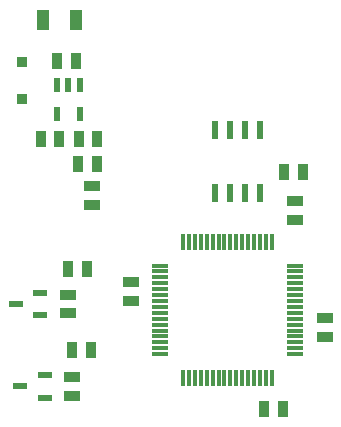
<source format=gbr>
%TF.GenerationSoftware,Altium Limited,Altium Designer,18.1.9 (240)*%
G04 Layer_Color=128*
%FSLAX26Y26*%
%MOIN*%
%TF.FileFunction,Paste,Bot*%
%TF.Part,Single*%
G01*
G75*
%TA.AperFunction,SMDPad,CuDef*%
%ADD10R,0.037402X0.053150*%
%ADD15R,0.053150X0.037402*%
%ADD27R,0.023622X0.059055*%
%ADD28R,0.049213X0.023622*%
%ADD29R,0.023620X0.047240*%
%ADD30R,0.023000X0.047240*%
%ADD31R,0.037402X0.035433*%
%ADD32R,0.039370X0.070866*%
%ADD33R,0.058071X0.011811*%
%ADD34R,0.011811X0.058071*%
D10*
X3911496Y3435000D02*
D03*
X3848504D02*
D03*
X3783504Y2645086D02*
D03*
X3846496D02*
D03*
X3142701Y2840000D02*
D03*
X3203724D02*
D03*
X3129488Y3110000D02*
D03*
X3190512D02*
D03*
X3037165Y3545000D02*
D03*
X3098189D02*
D03*
X3226496Y3460000D02*
D03*
X3163504D02*
D03*
X3164488Y3545000D02*
D03*
X3225512D02*
D03*
X3093504Y3805000D02*
D03*
X3156496D02*
D03*
D15*
X3885000Y3273504D02*
D03*
Y3336496D02*
D03*
X3338947Y3066496D02*
D03*
Y3003504D02*
D03*
X3985000Y2883504D02*
D03*
Y2946496D02*
D03*
X3140512Y2689488D02*
D03*
Y2750512D02*
D03*
X3130000Y2964488D02*
D03*
Y3025512D02*
D03*
X3210000Y3386496D02*
D03*
Y3323504D02*
D03*
D27*
X3770000Y3365669D02*
D03*
X3720000D02*
D03*
X3670000D02*
D03*
X3620000D02*
D03*
Y3574331D02*
D03*
X3670000D02*
D03*
X3720000D02*
D03*
X3770000D02*
D03*
D28*
X3051338Y2757402D02*
D03*
Y2682598D02*
D03*
X2968661Y2720000D02*
D03*
X2953661Y2995000D02*
D03*
X3036338Y2957598D02*
D03*
Y3032402D02*
D03*
D29*
X3092600Y3626577D02*
D03*
X3167400D02*
D03*
D30*
Y3724997D02*
D03*
X3130000D02*
D03*
X3092600D02*
D03*
D31*
X2975000Y3677992D02*
D03*
X2975000Y3802008D02*
D03*
D32*
X3154606Y3940000D02*
D03*
X3044370D02*
D03*
D33*
X3885905Y3122638D02*
D03*
Y3102953D02*
D03*
Y3083268D02*
D03*
Y3063583D02*
D03*
Y3043898D02*
D03*
Y3024213D02*
D03*
Y3004528D02*
D03*
Y2984843D02*
D03*
Y2965157D02*
D03*
Y2945472D02*
D03*
Y2925787D02*
D03*
Y2906102D02*
D03*
Y2886417D02*
D03*
Y2866732D02*
D03*
Y2847047D02*
D03*
Y2827362D02*
D03*
X3434095D02*
D03*
Y2847047D02*
D03*
Y2866732D02*
D03*
Y2886417D02*
D03*
Y2906102D02*
D03*
Y2925787D02*
D03*
Y2945472D02*
D03*
Y2965157D02*
D03*
Y2984843D02*
D03*
Y3004528D02*
D03*
Y3024213D02*
D03*
Y3043898D02*
D03*
Y3063583D02*
D03*
Y3083268D02*
D03*
Y3102953D02*
D03*
Y3122638D02*
D03*
D34*
X3807638Y2749095D02*
D03*
X3787953D02*
D03*
X3768268D02*
D03*
X3748583D02*
D03*
X3728898D02*
D03*
X3709213D02*
D03*
X3689528D02*
D03*
X3669843D02*
D03*
X3650157D02*
D03*
X3630472D02*
D03*
X3610787D02*
D03*
X3591102D02*
D03*
X3571417D02*
D03*
X3551732D02*
D03*
X3532047D02*
D03*
X3512362D02*
D03*
Y3200905D02*
D03*
X3532047D02*
D03*
X3551732D02*
D03*
X3571417D02*
D03*
X3591102D02*
D03*
X3610787D02*
D03*
X3630472D02*
D03*
X3650157D02*
D03*
X3669843D02*
D03*
X3689528D02*
D03*
X3709213D02*
D03*
X3728898D02*
D03*
X3748583D02*
D03*
X3768268D02*
D03*
X3787953D02*
D03*
X3807638D02*
D03*
%TF.MD5,f2063e555a0486a54537d4ca2d45b86b*%
M02*

</source>
